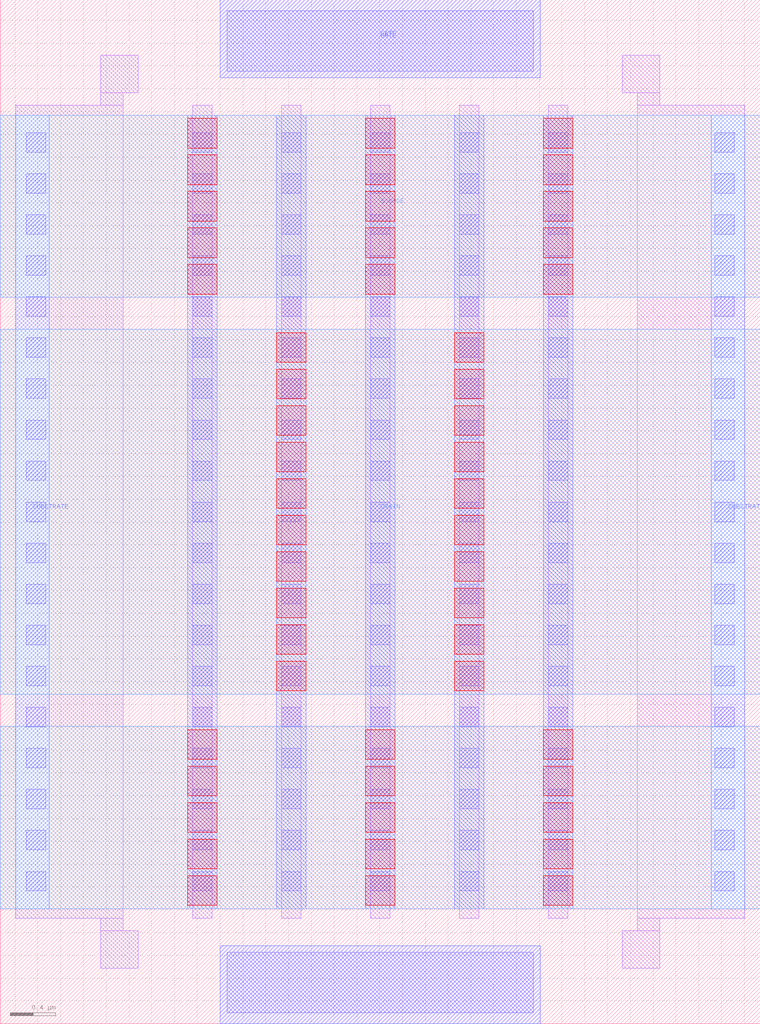
<source format=lef>
# Copyright 2020 The SkyWater PDK Authors
#
# Licensed under the Apache License, Version 2.0 (the "License");
# you may not use this file except in compliance with the License.
# You may obtain a copy of the License at
#
#     https://www.apache.org/licenses/LICENSE-2.0
#
# Unless required by applicable law or agreed to in writing, software
# distributed under the License is distributed on an "AS IS" BASIS,
# WITHOUT WARRANTIES OR CONDITIONS OF ANY KIND, either express or implied.
# See the License for the specific language governing permissions and
# limitations under the License.
#
# SPDX-License-Identifier: Apache-2.0

VERSION 5.7 ;
  NOWIREEXTENSIONATPIN ON ;
  DIVIDERCHAR "/" ;
  BUSBITCHARS "[]" ;
MACRO sky130_fd_pr__rf_nfet_g5v0d10v5_bM04W7p00L0p50
  CLASS BLOCK ;
  FOREIGN sky130_fd_pr__rf_nfet_g5v0d10v5_bM04W7p00L0p50 ;
  ORIGIN -0.070000  0.000000 ;
  SIZE  6.670000 BY  8.980000 ;
  PIN DRAIN
    ANTENNADIFFAREA  3.970400 ;
    PORT
      LAYER met2 ;
        RECT 0.070000 2.890000 6.740000 6.090000 ;
    END
  END DRAIN
  PIN GATE
    ANTENNAGATEAREA  14.179999 ;
    PORT
      LAYER li1 ;
        RECT 2.000000 0.000000 4.810000 0.685000 ;
        RECT 2.000000 8.295000 4.810000 8.980000 ;
      LAYER mcon ;
        RECT 2.060000 0.095000 4.750000 0.625000 ;
        RECT 2.060000 8.355000 4.750000 8.885000 ;
    END
    PORT
      LAYER met1 ;
        RECT 2.000000 0.000000 4.810000 0.685000 ;
        RECT 2.000000 8.295000 4.810000 8.980000 ;
    END
  END GATE
  PIN SOURCE
    ANTENNADIFFAREA  5.955600 ;
    PORT
      LAYER met2 ;
        RECT 0.070000 1.010000 6.740000 2.610000 ;
        RECT 0.070000 6.370000 6.740000 7.970000 ;
    END
  END SOURCE
  PIN SUBSTRATE
    ANTENNADIFFAREA  7.090000 ;
    ANTENNAGATEAREA  3.545000 ;
    PORT
      LAYER met1 ;
        RECT 0.205000 1.010000 0.500000 7.970000 ;
    END
    PORT
      LAYER met1 ;
        RECT 6.310000 1.010000 6.605000 7.970000 ;
    END
  END SUBSTRATE
  OBS
    LAYER li1 ;
      RECT 0.205000 0.925000 1.150000 8.055000 ;
      RECT 0.950000 0.485000 1.280000 0.815000 ;
      RECT 0.950000 0.815000 1.150000 0.925000 ;
      RECT 0.950000 8.055000 1.150000 8.165000 ;
      RECT 0.950000 8.165000 1.280000 8.495000 ;
      RECT 1.760000 0.925000 1.930000 8.055000 ;
      RECT 2.540000 0.925000 2.710000 8.055000 ;
      RECT 3.320000 0.925000 3.490000 8.055000 ;
      RECT 4.100000 0.925000 4.270000 8.055000 ;
      RECT 4.880000 0.925000 5.050000 8.055000 ;
      RECT 5.530000 0.485000 5.860000 0.815000 ;
      RECT 5.530000 8.165000 5.860000 8.495000 ;
      RECT 5.660000 0.815000 5.860000 0.925000 ;
      RECT 5.660000 0.925000 6.605000 8.055000 ;
      RECT 5.660000 8.055000 5.860000 8.165000 ;
    LAYER mcon ;
      RECT 0.300000 1.165000 0.470000 1.335000 ;
      RECT 0.300000 1.525000 0.470000 1.695000 ;
      RECT 0.300000 1.885000 0.470000 2.055000 ;
      RECT 0.300000 2.245000 0.470000 2.415000 ;
      RECT 0.300000 2.605000 0.470000 2.775000 ;
      RECT 0.300000 2.965000 0.470000 3.135000 ;
      RECT 0.300000 3.325000 0.470000 3.495000 ;
      RECT 0.300000 3.685000 0.470000 3.855000 ;
      RECT 0.300000 4.045000 0.470000 4.215000 ;
      RECT 0.300000 4.405000 0.470000 4.575000 ;
      RECT 0.300000 4.765000 0.470000 4.935000 ;
      RECT 0.300000 5.125000 0.470000 5.295000 ;
      RECT 0.300000 5.485000 0.470000 5.655000 ;
      RECT 0.300000 5.845000 0.470000 6.015000 ;
      RECT 0.300000 6.205000 0.470000 6.375000 ;
      RECT 0.300000 6.565000 0.470000 6.735000 ;
      RECT 0.300000 6.925000 0.470000 7.095000 ;
      RECT 0.300000 7.285000 0.470000 7.455000 ;
      RECT 0.300000 7.645000 0.470000 7.815000 ;
      RECT 1.760000 1.165000 1.930000 1.335000 ;
      RECT 1.760000 1.525000 1.930000 1.695000 ;
      RECT 1.760000 1.885000 1.930000 2.055000 ;
      RECT 1.760000 2.245000 1.930000 2.415000 ;
      RECT 1.760000 2.605000 1.930000 2.775000 ;
      RECT 1.760000 2.965000 1.930000 3.135000 ;
      RECT 1.760000 3.325000 1.930000 3.495000 ;
      RECT 1.760000 3.685000 1.930000 3.855000 ;
      RECT 1.760000 4.045000 1.930000 4.215000 ;
      RECT 1.760000 4.405000 1.930000 4.575000 ;
      RECT 1.760000 4.765000 1.930000 4.935000 ;
      RECT 1.760000 5.125000 1.930000 5.295000 ;
      RECT 1.760000 5.485000 1.930000 5.655000 ;
      RECT 1.760000 5.845000 1.930000 6.015000 ;
      RECT 1.760000 6.205000 1.930000 6.375000 ;
      RECT 1.760000 6.565000 1.930000 6.735000 ;
      RECT 1.760000 6.925000 1.930000 7.095000 ;
      RECT 1.760000 7.285000 1.930000 7.455000 ;
      RECT 1.760000 7.645000 1.930000 7.815000 ;
      RECT 2.540000 1.165000 2.710000 1.335000 ;
      RECT 2.540000 1.525000 2.710000 1.695000 ;
      RECT 2.540000 1.885000 2.710000 2.055000 ;
      RECT 2.540000 2.245000 2.710000 2.415000 ;
      RECT 2.540000 2.605000 2.710000 2.775000 ;
      RECT 2.540000 2.965000 2.710000 3.135000 ;
      RECT 2.540000 3.325000 2.710000 3.495000 ;
      RECT 2.540000 3.685000 2.710000 3.855000 ;
      RECT 2.540000 4.045000 2.710000 4.215000 ;
      RECT 2.540000 4.405000 2.710000 4.575000 ;
      RECT 2.540000 4.765000 2.710000 4.935000 ;
      RECT 2.540000 5.125000 2.710000 5.295000 ;
      RECT 2.540000 5.485000 2.710000 5.655000 ;
      RECT 2.540000 5.845000 2.710000 6.015000 ;
      RECT 2.540000 6.205000 2.710000 6.375000 ;
      RECT 2.540000 6.565000 2.710000 6.735000 ;
      RECT 2.540000 6.925000 2.710000 7.095000 ;
      RECT 2.540000 7.285000 2.710000 7.455000 ;
      RECT 2.540000 7.645000 2.710000 7.815000 ;
      RECT 3.320000 1.165000 3.490000 1.335000 ;
      RECT 3.320000 1.525000 3.490000 1.695000 ;
      RECT 3.320000 1.885000 3.490000 2.055000 ;
      RECT 3.320000 2.245000 3.490000 2.415000 ;
      RECT 3.320000 2.605000 3.490000 2.775000 ;
      RECT 3.320000 2.965000 3.490000 3.135000 ;
      RECT 3.320000 3.325000 3.490000 3.495000 ;
      RECT 3.320000 3.685000 3.490000 3.855000 ;
      RECT 3.320000 4.045000 3.490000 4.215000 ;
      RECT 3.320000 4.405000 3.490000 4.575000 ;
      RECT 3.320000 4.765000 3.490000 4.935000 ;
      RECT 3.320000 5.125000 3.490000 5.295000 ;
      RECT 3.320000 5.485000 3.490000 5.655000 ;
      RECT 3.320000 5.845000 3.490000 6.015000 ;
      RECT 3.320000 6.205000 3.490000 6.375000 ;
      RECT 3.320000 6.565000 3.490000 6.735000 ;
      RECT 3.320000 6.925000 3.490000 7.095000 ;
      RECT 3.320000 7.285000 3.490000 7.455000 ;
      RECT 3.320000 7.645000 3.490000 7.815000 ;
      RECT 4.100000 1.165000 4.270000 1.335000 ;
      RECT 4.100000 1.525000 4.270000 1.695000 ;
      RECT 4.100000 1.885000 4.270000 2.055000 ;
      RECT 4.100000 2.245000 4.270000 2.415000 ;
      RECT 4.100000 2.605000 4.270000 2.775000 ;
      RECT 4.100000 2.965000 4.270000 3.135000 ;
      RECT 4.100000 3.325000 4.270000 3.495000 ;
      RECT 4.100000 3.685000 4.270000 3.855000 ;
      RECT 4.100000 4.045000 4.270000 4.215000 ;
      RECT 4.100000 4.405000 4.270000 4.575000 ;
      RECT 4.100000 4.765000 4.270000 4.935000 ;
      RECT 4.100000 5.125000 4.270000 5.295000 ;
      RECT 4.100000 5.485000 4.270000 5.655000 ;
      RECT 4.100000 5.845000 4.270000 6.015000 ;
      RECT 4.100000 6.205000 4.270000 6.375000 ;
      RECT 4.100000 6.565000 4.270000 6.735000 ;
      RECT 4.100000 6.925000 4.270000 7.095000 ;
      RECT 4.100000 7.285000 4.270000 7.455000 ;
      RECT 4.100000 7.645000 4.270000 7.815000 ;
      RECT 4.880000 1.165000 5.050000 1.335000 ;
      RECT 4.880000 1.525000 5.050000 1.695000 ;
      RECT 4.880000 1.885000 5.050000 2.055000 ;
      RECT 4.880000 2.245000 5.050000 2.415000 ;
      RECT 4.880000 2.605000 5.050000 2.775000 ;
      RECT 4.880000 2.965000 5.050000 3.135000 ;
      RECT 4.880000 3.325000 5.050000 3.495000 ;
      RECT 4.880000 3.685000 5.050000 3.855000 ;
      RECT 4.880000 4.045000 5.050000 4.215000 ;
      RECT 4.880000 4.405000 5.050000 4.575000 ;
      RECT 4.880000 4.765000 5.050000 4.935000 ;
      RECT 4.880000 5.125000 5.050000 5.295000 ;
      RECT 4.880000 5.485000 5.050000 5.655000 ;
      RECT 4.880000 5.845000 5.050000 6.015000 ;
      RECT 4.880000 6.205000 5.050000 6.375000 ;
      RECT 4.880000 6.565000 5.050000 6.735000 ;
      RECT 4.880000 6.925000 5.050000 7.095000 ;
      RECT 4.880000 7.285000 5.050000 7.455000 ;
      RECT 4.880000 7.645000 5.050000 7.815000 ;
      RECT 6.340000 1.165000 6.510000 1.335000 ;
      RECT 6.340000 1.525000 6.510000 1.695000 ;
      RECT 6.340000 1.885000 6.510000 2.055000 ;
      RECT 6.340000 2.245000 6.510000 2.415000 ;
      RECT 6.340000 2.605000 6.510000 2.775000 ;
      RECT 6.340000 2.965000 6.510000 3.135000 ;
      RECT 6.340000 3.325000 6.510000 3.495000 ;
      RECT 6.340000 3.685000 6.510000 3.855000 ;
      RECT 6.340000 4.045000 6.510000 4.215000 ;
      RECT 6.340000 4.405000 6.510000 4.575000 ;
      RECT 6.340000 4.765000 6.510000 4.935000 ;
      RECT 6.340000 5.125000 6.510000 5.295000 ;
      RECT 6.340000 5.485000 6.510000 5.655000 ;
      RECT 6.340000 5.845000 6.510000 6.015000 ;
      RECT 6.340000 6.205000 6.510000 6.375000 ;
      RECT 6.340000 6.565000 6.510000 6.735000 ;
      RECT 6.340000 6.925000 6.510000 7.095000 ;
      RECT 6.340000 7.285000 6.510000 7.455000 ;
      RECT 6.340000 7.645000 6.510000 7.815000 ;
    LAYER met1 ;
      RECT 1.715000 1.010000 1.975000 7.970000 ;
      RECT 2.495000 1.010000 2.755000 7.970000 ;
      RECT 3.275000 1.010000 3.535000 7.970000 ;
      RECT 4.055000 1.010000 4.315000 7.970000 ;
      RECT 4.835000 1.010000 5.095000 7.970000 ;
    LAYER via ;
      RECT 1.715000 1.040000 1.975000 1.300000 ;
      RECT 1.715000 1.360000 1.975000 1.620000 ;
      RECT 1.715000 1.680000 1.975000 1.940000 ;
      RECT 1.715000 2.000000 1.975000 2.260000 ;
      RECT 1.715000 2.320000 1.975000 2.580000 ;
      RECT 1.715000 6.400000 1.975000 6.660000 ;
      RECT 1.715000 6.720000 1.975000 6.980000 ;
      RECT 1.715000 7.040000 1.975000 7.300000 ;
      RECT 1.715000 7.360000 1.975000 7.620000 ;
      RECT 1.715000 7.680000 1.975000 7.940000 ;
      RECT 2.495000 2.920000 2.755000 3.180000 ;
      RECT 2.495000 3.240000 2.755000 3.500000 ;
      RECT 2.495000 3.560000 2.755000 3.820000 ;
      RECT 2.495000 3.880000 2.755000 4.140000 ;
      RECT 2.495000 4.200000 2.755000 4.460000 ;
      RECT 2.495000 4.520000 2.755000 4.780000 ;
      RECT 2.495000 4.840000 2.755000 5.100000 ;
      RECT 2.495000 5.160000 2.755000 5.420000 ;
      RECT 2.495000 5.480000 2.755000 5.740000 ;
      RECT 2.495000 5.800000 2.755000 6.060000 ;
      RECT 3.275000 1.040000 3.535000 1.300000 ;
      RECT 3.275000 1.360000 3.535000 1.620000 ;
      RECT 3.275000 1.680000 3.535000 1.940000 ;
      RECT 3.275000 2.000000 3.535000 2.260000 ;
      RECT 3.275000 2.320000 3.535000 2.580000 ;
      RECT 3.275000 6.400000 3.535000 6.660000 ;
      RECT 3.275000 6.720000 3.535000 6.980000 ;
      RECT 3.275000 7.040000 3.535000 7.300000 ;
      RECT 3.275000 7.360000 3.535000 7.620000 ;
      RECT 3.275000 7.680000 3.535000 7.940000 ;
      RECT 4.055000 2.920000 4.315000 3.180000 ;
      RECT 4.055000 3.240000 4.315000 3.500000 ;
      RECT 4.055000 3.560000 4.315000 3.820000 ;
      RECT 4.055000 3.880000 4.315000 4.140000 ;
      RECT 4.055000 4.200000 4.315000 4.460000 ;
      RECT 4.055000 4.520000 4.315000 4.780000 ;
      RECT 4.055000 4.840000 4.315000 5.100000 ;
      RECT 4.055000 5.160000 4.315000 5.420000 ;
      RECT 4.055000 5.480000 4.315000 5.740000 ;
      RECT 4.055000 5.800000 4.315000 6.060000 ;
      RECT 4.835000 1.040000 5.095000 1.300000 ;
      RECT 4.835000 1.360000 5.095000 1.620000 ;
      RECT 4.835000 1.680000 5.095000 1.940000 ;
      RECT 4.835000 2.000000 5.095000 2.260000 ;
      RECT 4.835000 2.320000 5.095000 2.580000 ;
      RECT 4.835000 6.400000 5.095000 6.660000 ;
      RECT 4.835000 6.720000 5.095000 6.980000 ;
      RECT 4.835000 7.040000 5.095000 7.300000 ;
      RECT 4.835000 7.360000 5.095000 7.620000 ;
      RECT 4.835000 7.680000 5.095000 7.940000 ;
  END
END sky130_fd_pr__rf_nfet_g5v0d10v5_bM04W7p00L0p50
END LIBRARY

</source>
